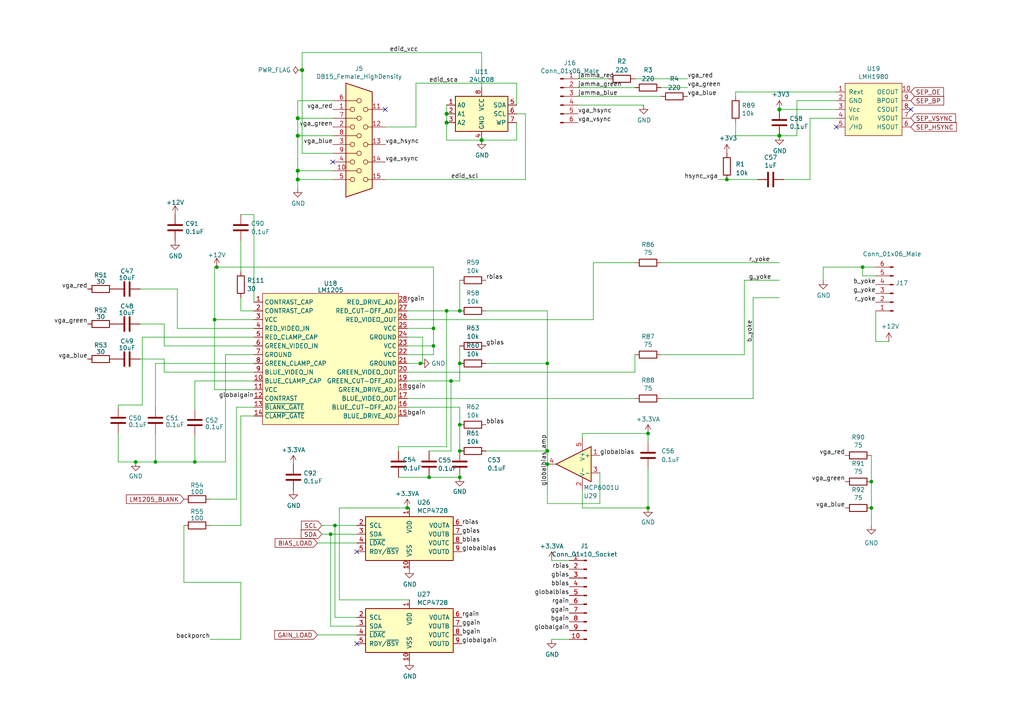
<source format=kicad_sch>
(kicad_sch (version 20230121) (generator eeschema)
  (paper "A4")
  (lib_symbols
    (symbol "+12V_1" (power) (pin_names (offset 0))
      (property "Value" "+12V_1" (at 0 3.556 0))
      (symbol "+12V_1_0_1"
        (polyline (pts (xy -0.762 1.27) (xy 0 2.54)))
        (polyline (pts (xy 0 0) (xy 0 2.54)))
        (polyline (pts (xy 0 2.54) (xy 0.762 1.27)))
      )
      (symbol "+12V_1_1_1"
        (pin power_in line (at 0 0 90) (length 0) hide (name "+12V") (number "1"))
      )
    )
    (symbol "Amplifier_Operational:MCP6001U" (pin_names (offset 0.127))
      (property "Reference" "U" (at 0 5.08 0))
      (property "Value" "MCP6001U" (at 0 -5.08 0))
      (symbol "MCP6001U_0_1"
        (polyline (pts (xy -5.08 5.08) (xy 5.08 0) (xy -5.08 -5.08) (xy -5.08 5.08)) (stroke (width 0.254)) (fill (type background)))
        (pin power_in line (at -2.54 -7.62 90) (length 3.81) (name "V-") (number "2"))
        (pin power_in line (at -2.54 7.62 270) (length 3.81) (name "V+") (number "5"))
      )
      (symbol "MCP6001U_1_1"
        (pin input line (at -7.62 2.54 0) (length 2.54) (name "+") (number "1"))
        (pin input line (at -7.62 -2.54 0) (length 2.54) (name "-") (number "3"))
        (pin output line (at 7.62 0 180) (length 2.54) (name "~") (number "4"))
      )
    )
    (symbol "Analog_DAC:MCP4728" (pin_names (offset 1.016))
      (property "Reference" "U" (at -12.7 6.35 0))
      (property "Value" "MCP4728" (at 12.7 6.35 0))
      (symbol "MCP4728_0_1"
        (rectangle (start -12.7 5.08) (end 12.7 -7.62) (stroke (width 0.254)) (fill (type background)))
      )
      (symbol "MCP4728_1_1"
        (pin power_in line (at 0 7.62 270) (length 2.54) (name "VDD") (number "1"))
        (pin power_in line (at 0 -10.16 90) (length 2.54) (name "VSS") (number "10"))
        (pin input line (at -15.24 2.54 0) (length 2.54) (name "SCL") (number "2"))
        (pin bidirectional line (at -15.24 0 0) (length 2.54) (name "SDA") (number "3"))
        (pin input line (at -15.24 -2.54 0) (length 2.54) (name "~{LDAC}") (number "4"))
        (pin output line (at -15.24 -5.08 0) (length 2.54) (name "RDY/~{BSY}") (number "5"))
        (pin output line (at 15.24 2.54 180) (length 2.54) (name "VOUTA") (number "6"))
        (pin output line (at 15.24 0 180) (length 2.54) (name "VOUTB") (number "7"))
        (pin output line (at 15.24 -2.54 180) (length 2.54) (name "VOUTC") (number "8"))
        (pin output line (at 15.24 -5.08 180) (length 2.54) (name "VOUTD") (number "9"))
      )
    )
    (symbol "Connector:Conn_01x06_Male" (pin_names (offset 1.016) hide)
      (property "Reference" "J" (at 0 7.62 0))
      (property "Value" "Conn_01x06_Male" (at 0 -10.16 0))
      (symbol "Conn_01x06_Male_1_1"
        (polyline (pts (xy 1.27 -7.62) (xy 0.8636 -7.62)) (stroke (width 0.1524)))
        (polyline (pts (xy 1.27 -5.08) (xy 0.8636 -5.08)) (stroke (width 0.1524)))
        (polyline (pts (xy 1.27 -2.54) (xy 0.8636 -2.54)) (stroke (width 0.1524)))
        (polyline (pts (xy 1.27 0) (xy 0.8636 0)) (stroke (width 0.1524)))
        (polyline (pts (xy 1.27 2.54) (xy 0.8636 2.54)) (stroke (width 0.1524)))
        (polyline (pts (xy 1.27 5.08) (xy 0.8636 5.08)) (stroke (width 0.1524)))
        (rectangle (start 0.8636 -7.493) (end 0 -7.747) (stroke (width 0.1524)) (fill (type outline)))
        (rectangle (start 0.8636 -4.953) (end 0 -5.207) (stroke (width 0.1524)) (fill (type outline)))
        (rectangle (start 0.8636 -2.413) (end 0 -2.667) (stroke (width 0.1524)) (fill (type outline)))
        (rectangle (start 0.8636 0.127) (end 0 -0.127) (stroke (width 0.1524)) (fill (type outline)))
        (rectangle (start 0.8636 2.667) (end 0 2.413) (stroke (width 0.1524)) (fill (type outline)))
        (rectangle (start 0.8636 5.207) (end 0 4.953) (stroke (width 0.1524)) (fill (type outline)))
        (pin passive line (at 5.08 5.08 180) (length 3.81) (name "Pin_1") (number "1"))
        (pin passive line (at 5.08 2.54 180) (length 3.81) (name "Pin_2") (number "2"))
        (pin passive line (at 5.08 0 180) (length 3.81) (name "Pin_3") (number "3"))
        (pin passive line (at 5.08 -2.54 180) (length 3.81) (name "Pin_4") (number "4"))
        (pin passive line (at 5.08 -5.08 180) (length 3.81) (name "Pin_5") (number "5"))
        (pin passive line (at 5.08 -7.62 180) (length 3.81) (name "Pin_6") (number "6"))
      )
    )
    (symbol "Connector:Conn_01x10_Pin" (pin_names (offset 1.016) hide)
      (property "Reference" "J" (at 0 12.7 0))
      (property "Value" "Conn_01x10_Pin" (at 0 -15.24 0))
      (symbol "Conn_01x10_Pin_1_1"
        (polyline (pts (xy 1.27 -12.7) (xy 0.8636 -12.7)) (stroke (width 0.1524)))
        (polyline (pts (xy 1.27 -10.16) (xy 0.8636 -10.16)) (stroke (width 0.1524)))
        (polyline (pts (xy 1.27 -7.62) (xy 0.8636 -7.62)) (stroke (width 0.1524)))
        (polyline (pts (xy 1.27 -5.08) (xy 0.8636 -5.08)) (stroke (width 0.1524)))
        (polyline (pts (xy 1.27 -2.54) (xy 0.8636 -2.54)) (stroke (width 0.1524)))
        (polyline (pts (xy 1.27 0) (xy 0.8636 0)) (stroke (width 0.1524)))
        (polyline (pts (xy 1.27 2.54) (xy 0.8636 2.54)) (stroke (width 0.1524)))
        (polyline (pts (xy 1.27 5.08) (xy 0.8636 5.08)) (stroke (width 0.1524)))
        (polyline (pts (xy 1.27 7.62) (xy 0.8636 7.62)) (stroke (width 0.1524)))
        (polyline (pts (xy 1.27 10.16) (xy 0.8636 10.16)) (stroke (width 0.1524)))
        (rectangle (start 0.8636 -12.573) (end 0 -12.827) (stroke (width 0.1524)) (fill (type outline)))
        (rectangle (start 0.8636 -10.033) (end 0 -10.287) (stroke (width 0.1524)) (fill (type outline)))
        (rectangle (start 0.8636 -7.493) (end 0 -7.747) (stroke (width 0.1524)) (fill (type outline)))
        (rectangle (start 0.8636 -4.953) (end 0 -5.207) (stroke (width 0.1524)) (fill (type outline)))
        (rectangle (start 0.8636 -2.413) (end 0 -2.667) (stroke (width 0.1524)) (fill (type outline)))
        (rectangle (start 0.8636 0.127) (end 0 -0.127) (stroke (width 0.1524)) (fill (type outline)))
        (rectangle (start 0.8636 2.667) (end 0 2.413) (stroke (width 0.1524)) (fill (type outline)))
        (rectangle (start 0.8636 5.207) (end 0 4.953) (stroke (width 0.1524)) (fill (type outline)))
        (rectangle (start 0.8636 7.747) (end 0 7.493) (stroke (width 0.1524)) (fill (type outline)))
        (rectangle (start 0.8636 10.287) (end 0 10.033) (stroke (width 0.1524)) (fill (type outline)))
        (pin passive line (at 5.08 10.16 180) (length 3.81) (name "Pin_1") (number "1"))
        (pin passive line (at 5.08 -12.7 180) (length 3.81) (name "Pin_10") (number "10"))
        (pin passive line (at 5.08 7.62 180) (length 3.81) (name "Pin_2") (number "2"))
        (pin passive line (at 5.08 5.08 180) (length 3.81) (name "Pin_3") (number "3"))
        (pin passive line (at 5.08 2.54 180) (length 3.81) (name "Pin_4") (number "4"))
        (pin passive line (at 5.08 0 180) (length 3.81) (name "Pin_5") (number "5"))
        (pin passive line (at 5.08 -2.54 180) (length 3.81) (name "Pin_6") (number "6"))
        (pin passive line (at 5.08 -5.08 180) (length 3.81) (name "Pin_7") (number "7"))
        (pin passive line (at 5.08 -7.62 180) (length 3.81) (name "Pin_8") (number "8"))
        (pin passive line (at 5.08 -10.16 180) (length 3.81) (name "Pin_9") (number "9"))
      )
    )
    (symbol "Connector:DB15_Female_HighDensity" (pin_names (offset 1.016) hide)
      (property "Reference" "J" (at 0 21.59 0))
      (property "Value" "DB15_Female_HighDensity" (at 0 19.05 0))
      (symbol "DB15_Female_HighDensity_0_1"
        (circle (center -1.905 -10.16) (radius 0.635))
        (circle (center -1.905 -5.08) (radius 0.635))
        (circle (center -1.905 0) (radius 0.635))
        (circle (center -1.905 5.08) (radius 0.635))
        (circle (center -1.905 10.16) (radius 0.635))
        (circle (center 0 -7.62) (radius 0.635))
        (circle (center 0 -2.54) (radius 0.635))
        (polyline (pts (xy -3.175 7.62) (xy -0.635 7.62)))
        (polyline (pts (xy -0.635 -7.62) (xy -3.175 -7.62)))
        (polyline (pts (xy -0.635 -2.54) (xy -3.175 -2.54)))
        (polyline (pts (xy -0.635 2.54) (xy -3.175 2.54)))
        (polyline (pts (xy -0.635 12.7) (xy -3.175 12.7)))
        (polyline (pts (xy -3.81 17.78) (xy -3.81 -15.24) (xy 3.81 -12.7) (xy 3.81 15.24) (xy -3.81 17.78)) (stroke (width 0.254)) (fill (type background)))
        (circle (center 0 2.54) (radius 0.635))
        (circle (center 0 7.62) (radius 0.635))
        (circle (center 0 12.7) (radius 0.635))
        (circle (center 1.905 -10.16) (radius 0.635))
        (circle (center 1.905 -5.08) (radius 0.635))
        (circle (center 1.905 0) (radius 0.635))
        (circle (center 1.905 5.08) (radius 0.635))
        (circle (center 1.905 10.16) (radius 0.635))
      )
      (symbol "DB15_Female_HighDensity_1_1"
        (pin passive line (at -7.62 10.16 0) (length 5.08) (name "~") (number "1"))
        (pin passive line (at -7.62 -7.62 0) (length 5.08) (name "~") (number "10"))
        (pin passive line (at 7.62 10.16 180) (length 5.08) (name "~") (number "11"))
        (pin passive line (at 7.62 5.08 180) (length 5.08) (name "~") (number "12"))
        (pin passive line (at 7.62 0 180) (length 5.08) (name "~") (number "13"))
        (pin passive line (at 7.62 -5.08 180) (length 5.08) (name "~") (number "14"))
        (pin passive line (at 7.62 -10.16 180) (length 5.08) (name "~") (number "15"))
        (pin passive line (at -7.62 5.08 0) (length 5.08) (name "~") (number "2"))
        (pin passive line (at -7.62 0 0) (length 5.08) (name "~") (number "3"))
        (pin passive line (at -7.62 -5.08 0) (length 5.08) (name "~") (number "4"))
        (pin passive line (at -7.62 -10.16 0) (length 5.08) (name "~") (number "5"))
        (pin passive line (at -7.62 12.7 0) (length 5.08) (name "~") (number "6"))
        (pin passive line (at -7.62 7.62 0) (length 5.08) (name "~") (number "7"))
        (pin passive line (at -7.62 2.54 0) (length 5.08) (name "~") (number "8"))
        (pin passive line (at -7.62 -2.54 0) (length 5.08) (name "~") (number "9"))
      )
    )
    (symbol "Device:C" (pin_numbers hide) (pin_names (offset 0.254))
      (property "Reference" "C" (at 0.635 2.54 0))
      (property "Value" "C" (at 0.635 -2.54 0))
      (symbol "C_0_1"
        (polyline (pts (xy -2.032 -0.762) (xy 2.032 -0.762)) (stroke (width 0.508)))
        (polyline (pts (xy -2.032 0.762) (xy 2.032 0.762)) (stroke (width 0.508)))
      )
      (symbol "C_1_1"
        (pin passive line (at 0 3.81 270) (length 2.794) (name "~") (number "1"))
        (pin passive line (at 0 -3.81 90) (length 2.794) (name "~") (number "2"))
      )
    )
    (symbol "Device:R" (pin_numbers hide) (pin_names (offset 0))
      (property "Reference" "R" (at 2.032 0 90))
      (property "Value" "R" (at 0 0 90))
      (symbol "R_0_1"
        (rectangle (start -1.016 -2.54) (end 1.016 2.54) (stroke (width 0.254)))
      )
      (symbol "R_1_1"
        (pin passive line (at 0 3.81 270) (length 1.27) (name "~") (number "1"))
        (pin passive line (at 0 -3.81 90) (length 1.27) (name "~") (number "2"))
      )
    )
    (symbol "GND_1" (power) (pin_names (offset 0))
      (property "Value" "GND_1" (at 0 -3.81 0))
      (symbol "GND_1_0_1"
        (polyline (pts (xy 0 0) (xy 0 -1.27) (xy 1.27 -1.27) (xy 0 -2.54) (xy -1.27 -1.27) (xy 0 -1.27)))
      )
      (symbol "GND_1_1_1"
        (pin power_in line (at 0 0 270) (length 0) hide (name "GND") (number "1"))
      )
    )
    (symbol "GND_2" (power) (pin_names (offset 0))
      (property "Value" "GND_2" (at 0 -3.81 0))
      (symbol "GND_2_0_1"
        (polyline (pts (xy 0 0) (xy 0 -1.27) (xy 1.27 -1.27) (xy 0 -2.54) (xy -1.27 -1.27) (xy 0 -1.27)))
      )
      (symbol "GND_2_1_1"
        (pin power_in line (at 0 0 270) (length 0) hide (name "GND") (number "1"))
      )
    )
    (symbol "GND_3" (power) (pin_names (offset 0))
      (property "Value" "GND_3" (at 0 -3.81 0))
      (symbol "GND_3_0_1"
        (polyline (pts (xy 0 0) (xy 0 -1.27) (xy 1.27 -1.27) (xy 0 -2.54) (xy -1.27 -1.27) (xy 0 -1.27)))
      )
      (symbol "GND_3_1_1"
        (pin power_in line (at 0 0 270) (length 0) hide (name "GND") (number "1"))
      )
    )
    (symbol "GND_4" (power) (pin_names (offset 0))
      (property "Value" "GND_4" (at 0 -3.81 0))
      (symbol "GND_4_0_1"
        (polyline (pts (xy 0 0) (xy 0 -1.27) (xy 1.27 -1.27) (xy 0 -2.54) (xy -1.27 -1.27) (xy 0 -1.27)))
      )
      (symbol "GND_4_1_1"
        (pin power_in line (at 0 0 270) (length 0) hide (name "GND") (number "1"))
      )
    )
    (symbol "Memory_EEPROM:24LC08"
      (property "Reference" "U" (at -6.35 6.35 0))
      (property "Value" "24LC08" (at 1.27 6.35 0))
      (symbol "24LC08_1_1"
        (rectangle (start -7.62 5.08) (end 7.62 -5.08) (stroke (width 0.254)) (fill (type background)))
        (pin input line (at -10.16 2.54 0) (length 2.54) (name "A0") (number "1"))
        (pin input line (at -10.16 0 0) (length 2.54) (name "A1") (number "2"))
        (pin input line (at -10.16 -2.54 0) (length 2.54) (name "A2") (number "3"))
        (pin power_in line (at 0 -7.62 90) (length 2.54) (name "GND") (number "4"))
        (pin bidirectional line (at 10.16 2.54 180) (length 2.54) (name "SDA") (number "5"))
        (pin input line (at 10.16 0 180) (length 2.54) (name "SCL") (number "6"))
        (pin input line (at 10.16 -2.54 180) (length 2.54) (name "WP") (number "7"))
        (pin power_in line (at 0 7.62 270) (length 2.54) (name "VCC") (number "8"))
      )
    )
    (symbol "power:+12V" (power) (pin_names (offset 0))
      (property "Value" "+12V" (at 0 3.556 0))
      (symbol "+12V_0_1"
        (polyline (pts (xy -0.762 1.27) (xy 0 2.54)))
        (polyline (pts (xy 0 0) (xy 0 2.54)))
        (polyline (pts (xy 0 2.54) (xy 0.762 1.27)))
      )
      (symbol "+12V_1_1"
        (pin power_in line (at 0 0 90) (length 0) hide (name "+12V") (number "1"))
      )
    )
    (symbol "power:+3.3V" (power) (pin_names (offset 0))
      (property "Value" "+3.3V" (at 0 3.556 0))
      (symbol "+3.3V_0_1"
        (polyline (pts (xy -0.762 1.27) (xy 0 2.54)))
        (polyline (pts (xy 0 0) (xy 0 2.54)))
        (polyline (pts (xy 0 2.54) (xy 0.762 1.27)))
      )
      (symbol "+3.3V_1_1"
        (pin power_in line (at 0 0 90) (length 0) hide (name "+3V3") (number "1"))
      )
    )
    (symbol "power:+3.3VA" (power) (pin_names (offset 0))
      (property "Value" "+3.3VA" (at 0 3.556 0))
      (symbol "+3.3VA_0_1"
        (polyline (pts (xy -0.762 1.27) (xy 0 2.54)))
        (polyline (pts (xy 0 0) (xy 0 2.54)))
        (polyline (pts (xy 0 2.54) (xy 0.762 1.27)))
      )
      (symbol "+3.3VA_1_1"
        (pin power_in line (at 0 0 90) (length 0) hide (name "+3.3VA") (number "1"))
      )
    )
    (symbol "power:GND" (power) (pin_names (offset 0))
      (property "Value" "GND" (at 0 -3.81 0))
      (symbol "GND_0_1"
        (polyline (pts (xy 0 0) (xy 0 -1.27) (xy 1.27 -1.27) (xy 0 -2.54) (xy -1.27 -1.27) (xy 0 -1.27)))
      )
      (symbol "GND_1_1"
        (pin power_in line (at 0 0 270) (length 0) hide (name "GND") (number "1"))
      )
    )
    (symbol "power:PWR_FLAG" (power) (pin_numbers hide) (pin_names (offset 0) hide)
      (property "Value" "PWR_FLAG" (at 0 3.81 0))
      (symbol "PWR_FLAG_0_0"
        (pin power_out line (at 0 0 90) (length 0) (name "pwr") (number "1"))
      )
      (symbol "PWR_FLAG_0_1"
        (polyline (pts (xy 0 0) (xy 0 1.27) (xy -1.016 1.905) (xy 0 2.54) (xy 1.016 1.905) (xy 0 1.27)))
      )
    )
    (symbol "td-crt:LM1205"
      (property "Reference" "U" (at 19.05 3.81 0))
      (property "Value" "LM1205" (at 20.32 1.27 0))
      (symbol "LM1205_0_1"
        (rectangle (start 0 0) (end 39.37 -38.1) (fill (type background)))
      )
      (symbol "LM1205_1_1"
        (pin bidirectional line (at -2.54 -2.54 0) (length 2.54) (name "CONTRAST_CAP") (number "1"))
        (pin bidirectional line (at -2.54 -25.4 0) (length 2.54) (name "BLUE_CLAMP_CAP") (number "10"))
        (pin power_in line (at -2.54 -27.94 0) (length 2.54) (name "VCC") (number "11"))
        (pin input line (at -2.54 -30.48 0) (length 2.54) (name "CONTRAST") (number "12"))
        (pin input line (at -2.54 -33.02 0) (length 2.54) (name "~{BLANK_GATE}") (number "13"))
        (pin input line (at -2.54 -35.56 0) (length 2.54) (name "~{CLAMP_GATE}") (number "14"))
        (pin input line (at 41.91 -35.56 180) (length 2.54) (name "BLUE_DRIVE_ADJ") (number "15"))
        (pin input line (at 41.91 -33.02 180) (length 2.54) (name "BLUE_CUT-OFF_ADJ") (number "16"))
        (pin output line (at 41.91 -30.48 180) (length 2.54) (name "BLUE_VIDEO_OUT") (number "17"))
        (pin input line (at 41.91 -27.94 180) (length 2.54) (name "GREEN_DRIVE_ADJ") (number "18"))
        (pin input line (at 41.91 -25.4 180) (length 2.54) (name "GREEN_CUT-OFF_ADJ") (number "19"))
        (pin bidirectional line (at -2.54 -5.08 0) (length 2.54) (name "CONTRAST_CAP") (number "2"))
        (pin output line (at 41.91 -22.86 180) (length 2.54) (name "GREEN_VIDEO_OUT") (number "20"))
        (pin power_in line (at 41.91 -20.32 180) (length 2.54) (name "GROUND") (number "21"))
        (pin power_in line (at 41.91 -17.78 180) (length 2.54) (name "VCC") (number "22"))
        (pin power_in line (at 41.91 -15.24 180) (length 2.54) (name "VCC") (number "23"))
        (pin power_in line (at 41.91 -12.7 180) (length 2.54) (name "GROUND") (number "24"))
        (pin power_in line (at 41.91 -10.16 180) (length 2.54) (name "VCC") (number "25"))
        (pin output line (at 41.91 -7.62 180) (length 2.54) (name "RED_VIDEO_OUT") (number "26"))
        (pin input line (at 41.91 -5.08 180) (length 2.54) (name "RED_CUT-OFF_ADJ") (number "27"))
        (pin input line (at 41.91 -2.54 180) (length 2.54) (name "RED_DRIVE_ADJ") (number "28"))
        (pin power_in line (at -2.54 -7.62 0) (length 2.54) (name "VCC") (number "3"))
        (pin input line (at -2.54 -10.16 0) (length 2.54) (name "RED_VIDEO_IN") (number "4"))
        (pin bidirectional line (at -2.54 -12.7 0) (length 2.54) (name "RED_CLAMP_CAP") (number "5"))
        (pin input line (at -2.54 -15.24 0) (length 2.54) (name "GREEN_VIDEO_IN") (number "6"))
        (pin power_in line (at -2.54 -17.78 0) (length 2.54) (name "GROUND") (number "7"))
        (pin bidirectional line (at -2.54 -20.32 0) (length 2.54) (name "GREEN_CLAMP_CAP") (number "8"))
        (pin input line (at -2.54 -22.86 0) (length 2.54) (name "BLUE_VIDEO_IN") (number "9"))
      )
    )
    (symbol "td-deflect:LMH1980" (pin_names (offset 1.016))
      (property "Reference" "U" (at 0 11.43 0))
      (property "Value" "LMH1980" (at 0 8.89 0))
      (symbol "LMH1980_0_1"
        (rectangle (start -7.62 7.62) (end 8.89 -7.62) (fill (type background)))
        (pin input line (at -10.16 5.08 0) (length 2.54) (name "Rext") (number "1"))
        (pin output line (at 11.43 5.08 180) (length 2.54) (name "OEOUT") (number "10"))
        (pin power_in line (at -10.16 2.54 0) (length 2.54) (name "GND") (number "2"))
        (pin power_in line (at -10.16 0 0) (length 2.54) (name "Vcc") (number "3"))
        (pin input line (at -10.16 -2.54 0) (length 2.54) (name "Vin") (number "4"))
        (pin output line (at -10.16 -5.08 0) (length 2.54) (name "/HD") (number "5"))
        (pin output line (at 11.43 -5.08 180) (length 2.54) (name "HSOUT") (number "6"))
        (pin output line (at 11.43 -2.54 180) (length 2.54) (name "VSOUT") (number "7"))
        (pin output line (at 11.43 0 180) (length 2.54) (name "CSOUT") (number "8"))
        (pin output line (at 11.43 2.54 180) (length 2.54) (name "BPOUT") (number "9"))
      )
    )
  )
  (junction (at 158.75 134.62))
  (junction (at 210.82 52.07))
  (junction (at 56.515 133.985))
  (junction (at 97.155 152.4))
  (junction (at 187.96 147.32))
  (junction (at 133.35 130.81))
  (junction (at 62.865 77.47))
  (junction (at 121.92 105.41))
  (junction (at 125.73 100.33))
  (junction (at 252.73 139.7))
  (junction (at 252.73 147.32))
  (junction (at 95.885 154.94))
  (junction (at 124.46 138.43))
  (junction (at 86.36 34.29) (diameter 1.016))
  (junction (at 133.35 123.19))
  (junction (at 226.06 31.75) (diameter 1.016))
  (junction (at 133.35 90.17))
  (junction (at 129.54 33.02) (diameter 1.016))
  (junction (at 133.35 105.41))
  (junction (at 133.35 138.43))
  (junction (at 86.36 52.07) (diameter 1.016))
  (junction (at 129.54 35.56) (diameter 1.016))
  (junction (at 86.36 49.53) (diameter 1.016))
  (junction (at 158.75 130.81))
  (junction (at 86.36 39.37) (diameter 1.016))
  (junction (at 158.75 105.41))
  (junction (at 250.19 77.47))
  (junction (at 130.81 110.49))
  (junction (at 226.06 39.37) (diameter 1.016))
  (junction (at 87.63 20.32) (diameter 1.016))
  (junction (at 129.54 90.17))
  (junction (at 45.085 133.985))
  (junction (at 187.96 125.73))
  (junction (at 125.73 95.25))
  (junction (at 139.7 40.64) (diameter 1.016))
  (junction (at 39.37 133.985))
  (junction (at 118.11 147.32))
  (junction (at 62.23 92.71))
  (no_connect (at 111.76 31.75))
  (no_connect (at 264.16 31.75))
  (no_connect (at 96.52 46.99))
  (no_connect (at 103.505 160.02))
  (no_connect (at 242.57 36.83))
  (no_connect (at 103.505 186.69))
  (wire (pts (xy 125.73 95.25) (xy 125.73 100.33)))
  (wire (pts (xy 140.97 90.17) (xy 158.75 90.17)))
  (wire (pts (xy 168.91 125.73) (xy 187.96 125.73)))
  (wire (pts (xy 210.82 52.07) (xy 219.71 52.07)))
  (wire (pts (xy 254 80.01) (xy 250.19 80.01)))
  (wire (pts (xy 187.96 135.89) (xy 187.96 147.32)))
  (wire (pts (xy 140.97 130.81) (xy 158.75 130.81)))
  (wire (pts (xy 208.28 52.07) (xy 210.82 52.07)))
  (wire (pts (xy 68.58 144.78) (xy 68.58 118.11)))
  (wire (pts (xy 56.515 110.49) (xy 73.66 110.49)))
  (wire (pts (xy 167.64 22.86) (xy 176.53 22.86)))
  (wire (pts (xy 242.57 26.67) (xy 213.36 26.67)))
  (wire (pts (xy 34.29 117.475) (xy 41.275 117.475)))
  (wire (pts (xy 115.57 129.54) (xy 129.54 129.54)))
  (wire (pts (xy 87.63 44.45) (xy 96.52 44.45)))
  (wire (pts (xy 252.73 139.7) (xy 252.73 147.32)))
  (wire (pts (xy 133.35 105.41) (xy 133.35 110.49)))
  (wire (pts (xy 129.54 40.64) (xy 139.7 40.64)))
  (wire (pts (xy 167.64 25.4) (xy 184.15 25.4)))
  (wire (pts (xy 252.73 147.32) (xy 252.73 152.4)))
  (wire (pts (xy 115.57 138.43) (xy 124.46 138.43)))
  (wire (pts (xy 93.345 152.4) (xy 97.155 152.4)))
  (wire (pts (xy 118.11 147.32) (xy 98.425 147.32)))
  (wire (pts (xy 191.77 25.4) (xy 199.39 25.4)))
  (wire (pts (xy 69.85 152.4) (xy 69.85 120.65)))
  (wire (pts (xy 53.34 152.4) (xy 53.34 168.91)))
  (wire (pts (xy 86.36 39.37) (xy 86.36 49.53)))
  (wire (pts (xy 184.15 22.86) (xy 199.39 22.86)))
  (wire (pts (xy 40.64 93.98) (xy 47.625 93.98)))
  (wire (pts (xy 167.64 30.48) (xy 186.69 30.48)))
  (wire (pts (xy 34.29 133.985) (xy 39.37 133.985)))
  (wire (pts (xy 133.35 81.28) (xy 133.35 90.17)))
  (wire (pts (xy 191.77 115.57) (xy 218.44 115.57)))
  (wire (pts (xy 130.81 110.49) (xy 133.35 110.49)))
  (wire (pts (xy 62.23 77.47) (xy 62.23 92.71)))
  (wire (pts (xy 118.11 102.87) (xy 125.73 102.87)))
  (wire (pts (xy 95.885 154.94) (xy 95.885 181.61)))
  (wire (pts (xy 56.515 133.985) (xy 56.515 126.365)))
  (wire (pts (xy 168.91 147.32) (xy 187.96 147.32)))
  (wire (pts (xy 51.435 95.25) (xy 73.66 95.25)))
  (wire (pts (xy 172.085 76.2) (xy 184.15 76.2)))
  (wire (pts (xy 62.23 77.47) (xy 62.865 77.47)))
  (wire (pts (xy 86.36 49.53) (xy 86.36 52.07)))
  (wire (pts (xy 60.96 144.78) (xy 68.58 144.78)))
  (wire (pts (xy 140.97 105.41) (xy 158.75 105.41)))
  (wire (pts (xy 168.91 142.24) (xy 168.91 147.32)))
  (wire (pts (xy 120.65 36.83) (xy 111.76 36.83)))
  (wire (pts (xy 96.52 49.53) (xy 86.36 49.53)))
  (wire (pts (xy 252.73 132.08) (xy 252.73 139.7)))
  (wire (pts (xy 226.06 39.37) (xy 213.36 39.37)))
  (wire (pts (xy 120.65 24.13) (xy 120.65 36.83)))
  (wire (pts (xy 129.54 35.56) (xy 129.54 40.64)))
  (wire (pts (xy 51.435 83.82) (xy 51.435 95.25)))
  (wire (pts (xy 40.64 104.14) (xy 47.625 104.14)))
  (wire (pts (xy 62.23 92.71) (xy 62.23 113.03)))
  (wire (pts (xy 172.085 92.71) (xy 172.085 76.2)))
  (wire (pts (xy 158.75 90.17) (xy 158.75 105.41)))
  (wire (pts (xy 118.11 115.57) (xy 184.15 115.57)))
  (wire (pts (xy 98.425 173.99) (xy 118.745 173.99)))
  (wire (pts (xy 173.99 137.16) (xy 173.99 146.05)))
  (wire (pts (xy 231.14 39.37) (xy 226.06 39.37)))
  (wire (pts (xy 215.9 81.28) (xy 226.06 81.28)))
  (wire (pts (xy 118.11 95.25) (xy 125.73 95.25)))
  (wire (pts (xy 45.085 105.41) (xy 73.66 105.41)))
  (wire (pts (xy 130.81 110.49) (xy 130.81 130.81)))
  (wire (pts (xy 191.77 102.87) (xy 215.9 102.87)))
  (wire (pts (xy 60.96 185.42) (xy 69.85 185.42)))
  (wire (pts (xy 238.76 81.28) (xy 238.76 77.47)))
  (wire (pts (xy 152.4 52.07) (xy 152.4 33.02)))
  (wire (pts (xy 47.625 93.98) (xy 47.625 100.33)))
  (wire (pts (xy 53.34 168.91) (xy 69.85 168.91)))
  (wire (pts (xy 96.52 52.07) (xy 86.36 52.07)))
  (wire (pts (xy 69.85 86.36) (xy 69.85 90.17)))
  (wire (pts (xy 56.515 118.745) (xy 56.515 110.49)))
  (wire (pts (xy 92.075 157.48) (xy 103.505 157.48)))
  (wire (pts (xy 215.9 102.87) (xy 215.9 81.28)))
  (wire (pts (xy 87.63 20.32) (xy 87.63 44.45)))
  (wire (pts (xy 133.35 100.33) (xy 133.35 105.41)))
  (wire (pts (xy 118.11 107.95) (xy 184.15 107.95)))
  (wire (pts (xy 97.155 179.07) (xy 97.155 152.4)))
  (wire (pts (xy 40.64 83.82) (xy 51.435 83.82)))
  (wire (pts (xy 242.57 29.21) (xy 231.14 29.21)))
  (wire (pts (xy 125.73 100.33) (xy 125.73 102.87)))
  (wire (pts (xy 96.52 39.37) (xy 86.36 39.37)))
  (wire (pts (xy 45.085 133.985) (xy 45.085 125.73)))
  (wire (pts (xy 115.57 130.81) (xy 115.57 129.54)))
  (wire (pts (xy 87.63 15.24) (xy 87.63 20.32)))
  (wire (pts (xy 41.275 97.79) (xy 73.66 97.79)))
  (wire (pts (xy 129.54 90.17) (xy 129.54 129.54)))
  (wire (pts (xy 69.85 120.65) (xy 73.66 120.65)))
  (wire (pts (xy 158.75 134.62) (xy 158.75 130.81)))
  (wire (pts (xy 129.54 30.48) (xy 129.54 33.02)))
  (wire (pts (xy 160.02 185.42) (xy 165.1 185.42)))
  (wire (pts (xy 56.515 133.985) (xy 45.085 133.985)))
  (wire (pts (xy 73.66 87.63) (xy 73.66 62.23)))
  (wire (pts (xy 118.11 118.11) (xy 133.35 118.11)))
  (wire (pts (xy 184.15 107.95) (xy 184.15 102.87)))
  (wire (pts (xy 213.36 26.67) (xy 213.36 27.94)))
  (wire (pts (xy 97.155 152.4) (xy 103.505 152.4)))
  (wire (pts (xy 234.95 34.29) (xy 242.57 34.29)))
  (wire (pts (xy 152.4 33.02) (xy 149.86 33.02)))
  (wire (pts (xy 92.075 184.15) (xy 103.505 184.15)))
  (wire (pts (xy 60.96 152.4) (xy 69.85 152.4)))
  (wire (pts (xy 139.7 15.24) (xy 139.7 25.4)))
  (wire (pts (xy 98.425 147.32) (xy 98.425 173.99)))
  (wire (pts (xy 250.19 80.01) (xy 250.19 77.47)))
  (wire (pts (xy 47.625 100.33) (xy 73.66 100.33)))
  (wire (pts (xy 62.865 77.47) (xy 125.73 77.47)))
  (wire (pts (xy 160.02 162.56) (xy 165.1 162.56)))
  (wire (pts (xy 65.405 102.87) (xy 65.405 133.985)))
  (wire (pts (xy 69.85 90.17) (xy 73.66 90.17)))
  (wire (pts (xy 238.76 77.47) (xy 250.19 77.47)))
  (wire (pts (xy 129.54 33.02) (xy 129.54 35.56)))
  (wire (pts (xy 254 99.06) (xy 257.81 99.06)))
  (wire (pts (xy 111.76 52.07) (xy 152.4 52.07)))
  (wire (pts (xy 213.36 39.37) (xy 213.36 35.56)))
  (wire (pts (xy 73.66 62.23) (xy 69.85 62.23)))
  (wire (pts (xy 168.91 125.73) (xy 168.91 127)))
  (wire (pts (xy 125.73 77.47) (xy 125.73 95.25)))
  (wire (pts (xy 218.44 86.36) (xy 218.44 115.57)))
  (wire (pts (xy 133.35 123.19) (xy 133.35 118.11)))
  (wire (pts (xy 158.75 105.41) (xy 158.75 130.81)))
  (wire (pts (xy 86.36 52.07) (xy 86.36 54.61)))
  (wire (pts (xy 68.58 118.11) (xy 73.66 118.11)))
  (wire (pts (xy 250.19 77.47) (xy 254 77.47)))
  (wire (pts (xy 45.085 105.41) (xy 45.085 118.11)))
  (wire (pts (xy 103.505 179.07) (xy 97.155 179.07)))
  (wire (pts (xy 73.66 92.71) (xy 62.23 92.71)))
  (wire (pts (xy 39.37 133.985) (xy 45.085 133.985)))
  (wire (pts (xy 133.35 123.19) (xy 133.35 130.81)))
  (wire (pts (xy 158.75 146.05) (xy 158.75 134.62)))
  (wire (pts (xy 122.555 105.41) (xy 121.92 105.41)))
  (wire (pts (xy 124.46 130.81) (xy 130.81 130.81)))
  (wire (pts (xy 118.11 100.33) (xy 125.73 100.33)))
  (wire (pts (xy 149.86 30.48) (xy 149.86 24.13)))
  (wire (pts (xy 191.77 76.2) (xy 226.06 76.2)))
  (wire (pts (xy 86.36 29.21) (xy 96.52 29.21)))
  (wire (pts (xy 69.85 168.91) (xy 69.85 185.42)))
  (wire (pts (xy 149.86 35.56) (xy 149.86 40.64)))
  (wire (pts (xy 41.275 117.475) (xy 41.275 97.79)))
  (wire (pts (xy 34.29 125.73) (xy 34.29 133.985)))
  (wire (pts (xy 167.64 27.94) (xy 191.77 27.94)))
  (wire (pts (xy 129.54 90.17) (xy 133.35 90.17)))
  (wire (pts (xy 87.63 15.24) (xy 139.7 15.24)))
  (wire (pts (xy 122.555 97.79) (xy 122.555 105.41)))
  (wire (pts (xy 149.86 24.13) (xy 120.65 24.13)))
  (wire (pts (xy 149.86 40.64) (xy 139.7 40.64)))
  (wire (pts (xy 231.14 29.21) (xy 231.14 39.37)))
  (wire (pts (xy 65.405 133.985) (xy 56.515 133.985)))
  (wire (pts (xy 47.625 107.95) (xy 73.66 107.95)))
  (wire (pts (xy 234.95 52.07) (xy 234.95 34.29)))
  (wire (pts (xy 118.11 90.17) (xy 129.54 90.17)))
  (wire (pts (xy 118.11 110.49) (xy 130.81 110.49)))
  (wire (pts (xy 227.33 52.07) (xy 234.95 52.07)))
  (wire (pts (xy 187.96 125.73) (xy 187.96 128.27)))
  (wire (pts (xy 95.885 154.94) (xy 103.505 154.94)))
  (wire (pts (xy 118.11 92.71) (xy 172.085 92.71)))
  (wire (pts (xy 73.66 102.87) (xy 65.405 102.87)))
  (wire (pts (xy 95.885 181.61) (xy 103.505 181.61)))
  (wire (pts (xy 73.66 113.03) (xy 62.23 113.03)))
  (wire (pts (xy 93.345 154.94) (xy 95.885 154.94)))
  (wire (pts (xy 34.29 117.475) (xy 34.29 118.11)))
  (wire (pts (xy 118.11 97.79) (xy 122.555 97.79)))
  (wire (pts (xy 254 90.17) (xy 254 99.06)))
  (wire (pts (xy 118.745 147.32) (xy 118.11 147.32)))
  (wire (pts (xy 242.57 31.75) (xy 226.06 31.75)))
  (wire (pts (xy 69.85 69.85) (xy 69.85 78.74)))
  (wire (pts (xy 218.44 86.36) (xy 226.06 86.36)))
  (wire (pts (xy 86.36 34.29) (xy 86.36 29.21)))
  (wire (pts (xy 96.52 34.29) (xy 86.36 34.29)))
  (wire (pts (xy 86.36 34.29) (xy 86.36 39.37)))
  (wire (pts (xy 47.625 104.14) (xy 47.625 107.95)))
  (wire (pts (xy 173.99 146.05) (xy 158.75 146.05)))
  (wire (pts (xy 124.46 138.43) (xy 133.35 138.43)))
  (wire (pts (xy 121.92 105.41) (xy 118.11 105.41)))
  (label "vga_blue" (at 245.11 147.32 180))
  (label "bgain" (at 118.11 120.65 0))
  (label "vga_red" (at 25.4 83.82 180))
  (label "vga_hsync" (at 111.76 41.91 0))
  (label "vga_hsync" (at 167.64 33.02 0))
  (label "gbias" (at 140.97 100.33 0))
  (label "r_yoke" (at 217.17 76.2 0))
  (label "rbias" (at 165.1 165.1 180))
  (label "vga_blue" (at 96.52 41.91 180))
  (label "gbias" (at 165.1 167.64 180))
  (label "edid_vcc" (at 113.03 15.24 0))
  (label "jamma_red" (at 167.64 22.86 0))
  (label "bgain" (at 165.1 180.34 180))
  (label "globalbias" (at 133.985 160.02 0))
  (label "vga_red" (at 96.52 31.75 180))
  (label "ggain" (at 133.985 181.61 0))
  (label "b_yoke" (at 254 82.55 180))
  (label "rbias" (at 133.985 152.4 0))
  (label "globalbias" (at 173.99 132.08 0))
  (label "bbias" (at 140.97 123.19 0))
  (label "vga_red" (at 245.11 132.08 180))
  (label "vga_green" (at 245.11 139.7 180))
  (label "jamma_blue" (at 167.64 27.94 0))
  (label "b_yoke" (at 218.44 92.71 270))
  (label "ggain" (at 118.11 113.03 0))
  (label "gbias" (at 133.985 154.94 0))
  (label "ggain" (at 165.1 177.8 180))
  (label "jamma_green" (at 167.64 25.4 0))
  (label "vga_vsync" (at 167.64 35.56 0))
  (label "g_yoke" (at 254 85.09 180))
  (label "globalbias_amp" (at 158.75 140.97 90))
  (label "globalgain" (at 73.66 115.57 180))
  (label "rbias" (at 140.97 81.28 0))
  (label "rgain" (at 165.1 175.26 180))
  (label "hsync_vga" (at 208.28 52.07 180))
  (label "vga_vsync" (at 111.76 46.99 0))
  (label "globalbias" (at 165.1 172.72 180))
  (label "rgain" (at 133.985 179.07 0))
  (label "globalgain" (at 165.1 182.88 180))
  (label "bbias" (at 165.1 170.18 180))
  (label "vga_blue" (at 25.4 104.14 180))
  (label "vga_red" (at 199.39 22.86 0))
  (label "r_yoke" (at 254 87.63 180))
  (label "globalgain" (at 133.985 186.69 0))
  (label "vga_green" (at 96.52 36.83 180))
  (label "edid_sca" (at 124.46 24.13 0))
  (label "vga_green" (at 199.39 25.4 0))
  (label "bbias" (at 133.985 157.48 0))
  (label "bgain" (at 133.985 184.15 0))
  (label "backporch" (at 60.96 185.42 180))
  (label "vga_green" (at 25.4 93.98 180))
  (label "g_yoke" (at 217.17 81.28 0))
  (label "edid_scl" (at 130.81 52.07 0))
  (label "vga_blue" (at 199.39 27.94 0))
  (label "rgain" (at 118.11 87.63 0))
  (global_label "SEP_OE" (shape input) (at 264.16 26.67 0) (property "Intersheetrefs" "${INTERSHEET_REFS}" (effects hide)))
  (global_label "SEP_HSYNC" (shape input) (at 264.16 36.83 0) (property "Intersheetrefs" "${INTERSHEET_REFS}" (effects hide)))
  (global_label "SEP_BP" (shape input) (at 264.16 29.21 0) (property "Intersheetrefs" "${INTERSHEET_REFS}" (effects hide)))
  (global_label "SCL" (shape input) (at 93.345 152.4 180) (property "Intersheetrefs" "${INTERSHEET_REFS}" (effects hide)))
  (global_label "BIAS_LOAD" (shape input) (at 92.075 157.48 180) (property "Intersheetrefs" "${INTERSHEET_REFS}" (effects hide)))
  (global_label "LM1205_BLANK" (shape input) (at 53.34 144.78 180) (property "Intersheetrefs" "${INTERSHEET_REFS}" (effects hide)))
  (global_label "SEP_VSYNC" (shape input) (at 264.16 34.29 0) (property "Intersheetrefs" "${INTERSHEET_REFS}" (effects hide)))
  (global_label "GAIN_LOAD" (shape input) (at 92.075 184.15 180) (property "Intersheetrefs" "${INTERSHEET_REFS}" (effects hide)))
  (global_label "SDA" (shape input) (at 93.345 154.94 180) (property "Intersheetrefs" "${INTERSHEET_REFS}" (effects hide)))
  (symbol (lib_id "Connector:DB15_Female_HighDensity") (at 104.14 41.91 0) (unit 1)
    (property "Reference" "J5" (at 104.14 19.8882 0))
    (property "Value" "DB15_Female_HighDensity" (at 104.14 22.1996 0))
    (property "Footprint" "td-io:DSUB-15-HD_Female_Horizontal_P2.29x2.5mm_EdgePinOffset8.35mm_Housed_MountingHolesOffset10.89mm" (effects hide))
    (property "Datasheet" " ~" (effects hide))
    (property "Digikey" " AE11024-ND " (effects hide))
  )
  (symbol (lib_id "power:GND") (at 86.36 54.61 0) (unit 1)
    (property "Reference" "#PWR0168" (effects hide))
    (property "Value" "GND" (at 86.487 59.0042 0))
  )
  (symbol (lib_id "Memory_EEPROM:24LC08") (at 139.7 33.02 0) (unit 1)
    (property "Reference" "U11" (at 139.7 20.8026 0))
    (property "Value" "24LC08" (at 139.7 23.114 0))
    (property "Footprint" "Package_SO:SOIC-8_3.9x4.9mm_P1.27mm" (effects hide))
    (property "Datasheet" "http://ww1.microchip.com/downloads/en/DeviceDoc/21710J.pdf" (effects hide))
    (property "Digikey" "24LC08BT/SNCT-ND " (effects hide))
  )
  (symbol (lib_id "power:GND") (at 139.7 40.64 0) (unit 1)
    (property "Reference" "#PWR0169" (effects hide))
    (property "Value" "GND" (at 139.827 45.0342 0))
  )
  (symbol (lib_id "Device:R") (at 248.92 132.08 270) (unit 1)
    (property "Reference" "R90" (at 248.92 126.8222 90))
    (property "Value" "75" (at 248.92 129.1336 90))
    (property "Footprint" "Resistor_SMD:R_0805_2012Metric" (effects hide))
    (property "Digikey" "311-75.0CRCT-ND" (effects hide))
  )
  (symbol (lib_id "Device:R") (at 248.92 147.32 270) (unit 1)
    (property "Reference" "R92" (at 248.92 142.0622 90))
    (property "Value" "75" (at 248.92 144.3736 90))
    (property "Footprint" "Resistor_SMD:R_0805_2012Metric" (effects hide))
    (property "Digikey" "311-75.0CRCT-ND" (effects hide))
  )
  (symbol (lib_id "Device:R") (at 248.92 139.7 270) (unit 1)
    (property "Reference" "R91" (at 248.92 134.4422 90))
    (property "Value" "75" (at 248.92 136.7536 90))
    (property "Footprint" "Resistor_SMD:R_0805_2012Metric" (effects hide))
    (property "Digikey" "311-75.0CRCT-ND" (effects hide))
  )
  (symbol (lib_id "Connector:Conn_01x06_Male") (at 162.56 27.94 0) (unit 1)
    (property "Reference" "J16" (at 165.3032 18.2626 0))
    (property "Value" "Conn_01x06_Male" (at 165.3032 20.574 0))
    (property "Footprint" "Connector_JST:JST_EH_B6B-EH-A_1x06_P2.50mm_Vertical" (effects hide))
    (property "Digikey" "455-1615-ND" (effects hide))
  )
  (symbol (lib_id "power:GND") (at 186.69 30.48 0) (unit 1)
    (property "Reference" "#PWR0180" (effects hide))
    (property "Value" "GND" (at 186.817 34.8742 0))
  )
  (symbol (lib_id "td-deflect:LMH1980") (at 252.73 31.75 0) (unit 1)
    (property "Reference" "U19" (at 253.365 19.939 0))
    (property "Value" "LMH1980" (at 253.365 22.2504 0))
    (property "Footprint" "Package_SO:VSSOP-10_3x3mm_P0.5mm" (effects hide))
    (property "Datasheet" "http://www.ti.com/lit/ds/symlink/lmh1980.pdf" (effects hide))
    (property "Digikey" "LMH1980MM/NOPBCT-ND" (effects hide))
  )
  (symbol (lib_id "Device:C") (at 226.06 35.56 0) (unit 1)
    (property "Reference" "C58" (at 228.981 34.3916 0) (effects (justify left)))
    (property "Value" "0.1uF" (at 228.981 36.703 0) (effects (justify left)))
    (property "Footprint" "Capacitor_SMD:C_0805_2012Metric" (effects hide))
    (property "Digikey" "1276-1099-1-ND" (effects hide))
  )
  (symbol (lib_id "power:+3.3V") (at 226.06 31.75 0) (unit 1)
    (property "Reference" "#PWR047" (effects hide))
    (property "Value" "+3.3V" (at 226.441 27.3558 0))
  )
  (symbol (lib_id "power:GND") (at 226.06 39.37 0) (unit 1)
    (property "Reference" "#PWR048" (effects hide))
    (property "Value" "GND" (at 226.187 43.7642 0))
  )
  (symbol (lib_id "Device:R") (at 213.36 31.75 0) (unit 1)
    (property "Reference" "R89" (at 215.138 30.5816 0) (effects (justify left)))
    (property "Value" "10k" (at 215.138 32.893 0) (effects (justify left)))
    (property "Footprint" "Resistor_SMD:R_0805_2012Metric" (effects hide))
    (property "Digikey" "311-1.00CRCT-ND" (effects hide))
  )
  (symbol (lib_id "Device:C") (at 223.52 52.07 270) (unit 1)
    (property "Reference" "C57" (at 223.52 45.6692 90))
    (property "Value" "1uF" (at 223.52 47.9806 90))
    (property "Footprint" "Capacitor_SMD:C_0805_2012Metric" (effects hide))
    (property "Digikey" "1276-1066-1-ND" (effects hide))
    (property "Voltage" "25V" (effects hide))
  )
  (symbol (lib_id "Connector:Conn_01x06_Male") (at 259.08 85.09 180) (unit 1)
    (property "Reference" "J17" (at 259.7912 82.0928 0) (effects (justify right)))
    (property "Value" "Conn_01x06_Male" (at 250.19 73.66 0) (effects (justify right)))
    (property "Footprint" "Connector_JST:JST_XH_B6B-XH-A_1x06_P2.50mm_Vertical" (effects hide))
    (property "Digikey" "455-2271-ND" (effects hide))
  )
  (symbol (lib_id "power:+12V") (at 257.81 99.06 0) (unit 1)
    (property "Reference" "#PWR053" (effects hide))
    (property "Value" "+12V" (at 258.191 94.6658 0))
  )
  (symbol (lib_id "power:GND") (at 238.76 81.28 0) (unit 1)
    (property "Reference" "#PWR050" (effects hide))
    (property "Value" "GND" (at 238.887 85.6742 0))
  )
  (symbol (lib_id "Device:R") (at 187.96 76.2 270) (unit 1)
    (property "Reference" "R86" (at 187.96 70.9422 90))
    (property "Value" "75" (at 187.96 73.2536 90))
    (property "Footprint" "Resistor_SMD:R_0805_2012Metric" (effects hide))
  )
  (symbol (lib_id "Device:R") (at 187.96 102.87 270) (unit 1)
    (property "Reference" "R87" (at 187.96 97.6122 90))
    (property "Value" "75" (at 187.96 99.9236 90))
    (property "Footprint" "Resistor_SMD:R_0805_2012Metric" (effects hide))
  )
  (symbol (lib_id "Device:R") (at 187.96 115.57 270) (unit 1)
    (property "Reference" "R88" (at 187.96 110.3122 90))
    (property "Value" "75" (at 187.96 112.6236 90))
    (property "Footprint" "Resistor_SMD:R_0805_2012Metric" (effects hide))
  )
  (symbol (lib_id "power:PWR_FLAG") (at 87.63 20.32 90) (unit 1)
    (property "Reference" "#FLG0107" (effects hide))
    (property "Value" "PWR_FLAG" (at 84.4042 20.32 90) (effects (justify left)))
  )
  (symbol (lib_id "power:GND") (at 85.09 142.24 0) (unit 1)
    (property "Reference" "#PWR069" (effects hide))
    (property "Value" "GND" (at 85.217 146.6342 0))
  )
  (symbol (lib_id "power:+3.3V") (at 210.82 44.45 0) (unit 1)
    (property "Reference" "#PWR04" (effects hide))
    (property "Value" "+3.3V" (at 211.201 40.0558 0))
    (instances (project "td-rgbinput-lm1205" (path "" (reference "#PWR04") (unit 1))) (project "td-deflect" (path "" (reference "#PWR047") (unit 1))))
  )
  (symbol (lib_id "power:GND") (at 118.745 191.77 0) (unit 1)
    (property "Reference" "#PWR036" (effects hide))
    (property "Value" "GND" (at 118.872 196.1642 0))
  )
  (symbol (lib_id "Device:C") (at 36.83 104.14 90) (unit 1)
    (property "Reference" "C49" (at 36.83 98.9711 90))
    (property "Value" "10uF" (at 36.83 100.8921 90))
    (property "Footprint" "Capacitor_SMD:C_0805_2012Metric" (effects hide))
  )
  (symbol (lib_id "td-crt:LM1205") (at 76.2 85.09 0) (unit 1)
    (property "Reference" "U18" (at 95.885 82.2071 0))
    (property "Value" "LM1205" (at 95.885 84.1281 0))
    (property "Footprint" "Package_DIP:DIP-28_W15.24mm" (effects hide))
  )
  (symbol (lib_id "Device:R") (at 195.58 27.94 90) (unit 1)
    (property "Reference" "R4" (at 195.58 22.86 90))
    (property "Value" "220" (at 195.58 25.4 90))
    (property "Footprint" "Resistor_SMD:R_0805_2012Metric" (effects hide))
  )
  (symbol (lib_id "Connector:Conn_01x10_Pin") (at 170.18 172.72 0) (mirror y) (unit 1)
    (property "Reference" "J1" (at 169.545 158.3395 0))
    (property "Value" "Conn_01x10_Socket" (at 169.545 160.7637 0))
    (property "Footprint" "Connector_JST:JST_XH_B10B-XH-A_1x10_P2.50mm_Vertical" (effects hide))
  )
  (symbol (lib_id "Device:R") (at 137.16 90.17 270) (unit 1)
    (property "Reference" "R58" (at 137.16 85.0097 90))
    (property "Value" "10k" (at 137.16 87.4339 90))
    (property "Footprint" "Resistor_SMD:R_0805_2012Metric" (effects hide))
  )
  (symbol (lib_id "power:+3.3VA") (at 160.02 162.56 0) (unit 1)
    (property "Reference" "#PWR039" (effects hide))
    (property "Value" "+3.3VA" (at 160.02 158.4269 0))
  )
  (symbol (lib_name "+12V_1") (lib_id "power:+12V") (at 62.865 77.47 0) (unit 1)
    (property "Reference" "#PWR030" (effects hide))
    (property "Value" "+12V" (at 62.865 73.9681 0))
  )
  (symbol (lib_name "GND_1") (lib_id "power:GND") (at 133.35 138.43 0) (unit 1)
    (property "Reference" "#PWR031" (effects hide))
    (property "Value" "GND" (at 133.35 142.5655 0))
  )
  (symbol (lib_id "Device:R") (at 137.16 123.19 270) (unit 1)
    (property "Reference" "R62" (at 137.16 118.0297 90))
    (property "Value" "10k" (at 137.16 120.4539 90))
    (property "Footprint" "Resistor_SMD:R_0805_2012Metric" (effects hide))
  )
  (symbol (lib_id "Analog_DAC:MCP4728") (at 118.745 181.61 0) (unit 1)
    (property "Reference" "U27" (at 120.9391 172.3857 0) (effects (justify left)))
    (property "Value" "MCP4728" (at 120.9391 174.8099 0) (effects (justify left)))
    (property "Footprint" "Package_SO:MSOP-10_3x3mm_P0.5mm" (effects hide))
    (property "Datasheet" "http://ww1.microchip.com/downloads/en/DeviceDoc/22187E.pdf" (effects hide))
  )
  (symbol (lib_id "Device:C") (at 133.35 134.62 0) (unit 1)
    (property "Reference" "C53" (at 141.351 133.4079 0) (effects (justify left)))
    (property "Value" "0.1uF" (at 141.351 135.8321 0) (effects (justify left)))
    (property "Footprint" "Capacitor_SMD:C_0805_2012Metric" (effects hide))
  )
  (symbol (lib_id "power:GND") (at 50.8 69.85 0) (unit 1)
    (property "Reference" "#PWR067" (effects hide))
    (property "Value" "GND" (at 50.927 74.2442 0))
  )
  (symbol (lib_name "GND_2") (lib_id "power:GND") (at 121.92 105.41 90) (unit 1)
    (property "Reference" "#PWR041" (effects hide))
    (property "Value" "GND" (at 125.095 105.41 90) (effects (justify right)))
  )
  (symbol (lib_id "Device:C") (at 85.09 138.43 0) (unit 1)
    (property "Reference" "C92" (at 88.011 137.2616 0) (effects (justify left)))
    (property "Value" "0.1uF" (at 88.011 139.573 0) (effects (justify left)))
    (property "Footprint" "Capacitor_SMD:C_0805_2012Metric" (effects hide))
    (property "Digikey" "1276-1099-1-ND" (effects hide))
  )
  (symbol (lib_id "Device:C") (at 56.515 122.555 180) (unit 1)
    (property "Reference" "C52" (at 59.436 121.9113 0) (effects (justify right)))
    (property "Value" "0.1uF" (at 59.436 123.8323 0) (effects (justify right)))
    (property "Footprint" "Capacitor_SMD:C_0805_2012Metric" (effects hide))
  )
  (symbol (lib_id "Device:R") (at 29.21 104.14 90) (unit 1)
    (property "Reference" "R53" (at 29.21 100.1141 90))
    (property "Value" "30" (at 29.21 102.0351 90))
    (property "Footprint" "Resistor_SMD:R_0805_2012Metric" (effects hide))
  )
  (symbol (lib_id "Device:C") (at 36.83 83.82 90) (unit 1)
    (property "Reference" "C47" (at 36.83 78.6511 90))
    (property "Value" "10uF" (at 36.83 80.5721 90))
    (property "Footprint" "Capacitor_SMD:C_0805_2012Metric" (effects hide))
  )
  (symbol (lib_id "power:GND") (at 160.02 185.42 0) (unit 1)
    (property "Reference" "#PWR040" (effects hide))
    (property "Value" "GND" (at 160.147 189.8142 0))
  )
  (symbol (lib_id "Device:C") (at 124.46 134.62 0) (unit 1)
    (property "Reference" "C55" (at 127 133.4658 0) (effects (justify left)))
    (property "Value" "0.1uF" (at 127 135.89 0) (effects (justify left)))
    (property "Footprint" "Capacitor_SMD:C_0805_2012Metric" (effects hide))
  )
  (symbol (lib_id "Device:C") (at 115.57 134.62 0) (unit 1)
    (property "Reference" "C54" (at 116.84 133.35 0) (effects (justify left)))
    (property "Value" "0.1uF" (at 116.84 135.7742 0) (effects (justify left)))
    (property "Footprint" "Capacitor_SMD:C_0805_2012Metric" (effects hide))
  )
  (symbol (lib_id "power:+3.3VA") (at 85.09 134.62 0) (unit 1)
    (property "Reference" "#PWR068" (effects hide))
    (property "Value" "+3.3VA" (at 85.09 130.4869 0))
  )
  (symbol (lib_id "Device:R") (at 137.16 130.81 270) (unit 1)
    (property "Reference" "R61" (at 137.16 125.6497 90))
    (property "Value" "10k" (at 137.16 128.0739 90))
    (property "Footprint" "Resistor_SMD:R_0805_2012Metric" (effects hide))
  )
  (symbol (lib_id "Device:R") (at 69.85 82.55 0) (unit 1)
    (property "Reference" "R111" (at 71.628 81.3379 0) (effects (justify left)))
    (property "Value" "30" (at 71.628 83.7621 0) (effects (justify left)))
    (property "Footprint" "Resistor_SMD:R_0805_2012Metric" (effects hide))
  )
  (symbol (lib_id "Device:C") (at 34.29 121.92 180) (unit 1)
    (property "Reference" "C50" (at 37.211 121.2763 0) (effects (justify right)))
    (property "Value" "0.1uF" (at 37.211 123.1973 0) (effects (justify right)))
    (property "Footprint" "Capacitor_SMD:C_0805_2012Metric" (effects hide))
  )
  (symbol (lib_name "GND_4") (lib_id "power:GND") (at 252.73 152.4 0) (unit 1)
    (property "Reference" "#PWR03" (effects hide))
    (property "Value" "GND" (at 252.73 157.48 0))
  )
  (symbol (lib_id "power:GND") (at 118.745 165.1 0) (unit 1)
    (property "Reference" "#PWR037" (effects hide))
    (property "Value" "GND" (at 118.872 169.4942 0))
  )
  (symbol (lib_name "+12V_1") (lib_id "power:+12V") (at 50.8 62.23 0) (unit 1)
    (property "Reference" "#PWR066" (effects hide))
    (property "Value" "+12V" (at 50.8 58.7281 0))
  )
  (symbol (lib_id "Device:R") (at 137.16 81.28 270) (unit 1)
    (property "Reference" "R59" (at 137.16 76.1197 90))
    (property "Value" "10k" (at 137.16 78.5439 90))
    (property "Footprint" "Resistor_SMD:R_0805_2012Metric" (effects hide))
  )
  (symbol (lib_id "Device:R") (at 137.16 105.41 270) (unit 1)
    (property "Reference" "R60" (at 137.16 100.2497 90))
    (property "Value" "10k" (at 137.16 102.6739 90))
    (property "Footprint" "Resistor_SMD:R_0805_2012Metric" (effects hide))
  )
  (symbol (lib_id "Device:C") (at 36.83 93.98 90) (unit 1)
    (property "Reference" "C48" (at 36.83 88.8111 90))
    (property "Value" "10uF" (at 36.83 90.7321 90))
    (property "Footprint" "Capacitor_SMD:C_0805_2012Metric" (effects hide))
  )
  (symbol (lib_id "Device:C") (at 69.85 66.04 0) (unit 1)
    (property "Reference" "C90" (at 72.771 64.8279 0) (effects (justify left)))
    (property "Value" "0.1uF" (at 72.771 67.2521 0) (effects (justify left)))
    (property "Footprint" "Capacitor_SMD:C_0805_2012Metric" (effects hide))
  )
  (symbol (lib_id "Device:C") (at 45.085 121.92 180) (unit 1)
    (property "Reference" "C51" (at 48.006 121.2763 0) (effects (justify right)))
    (property "Value" "0.1uF" (at 48.006 123.1973 0) (effects (justify right)))
    (property "Footprint" "Capacitor_SMD:C_0805_2012Metric" (effects hide))
  )
  (symbol (lib_id "Device:C") (at 187.96 132.08 0) (unit 1)
    (property "Reference" "C56" (at 191.77 130.81 0) (effects (justify left)))
    (property "Value" "0.1uF" (at 191.77 133.35 0) (effects (justify left)))
    (property "Footprint" "Capacitor_SMD:C_0805_2012Metric" (effects hide))
  )
  (symbol (lib_id "Device:R") (at 57.15 152.4 90) (unit 1)
    (property "Reference" "R55" (at 57.15 148.3741 90))
    (property "Value" "100" (at 57.15 150.2951 90))
    (property "Footprint" "Resistor_SMD:R_0805_2012Metric" (effects hide))
  )
  (symbol (lib_id "power:+3.3VA") (at 118.11 147.32 0) (unit 1)
    (property "Reference" "#PWR038" (effects hide))
    (property "Value" "+3.3VA" (at 118.11 143.1869 0))
  )
  (symbol (lib_name "GND_1") (lib_id "power:GND") (at 39.37 133.985 0) (unit 1)
    (property "Reference" "#PWR042" (effects hide))
    (property "Value" "GND" (at 39.37 138.1205 0))
  )
  (symbol (lib_id "power:+3.3VA") (at 187.96 125.73 0) (unit 1)
    (property "Reference" "#PWR043" (effects hide))
    (property "Value" "+3.3VA" (at 187.96 121.5969 0))
  )
  (symbol (lib_id "Device:R") (at 210.82 48.26 0) (unit 1)
    (property "Reference" "R1" (at 213.36 47.625 0) (effects (justify left)))
    (property "Value" "10k" (at 213.36 50.165 0) (effects (justify left)))
    (property "Footprint" "Resistor_SMD:R_0805_2012Metric" (effects hide))
  )
  (symbol (lib_name "GND_3") (lib_id "power:GND") (at 187.96 147.32 0) (unit 1)
    (property "Reference" "#PWR044" (effects hide))
    (property "Value" "GND" (at 187.96 151.4531 0))
  )
  (symbol (lib_id "Device:R") (at 137.16 100.33 270) (unit 1)
    (property "Reference" "R63" (at 137.16 95.1697 90))
    (property "Value" "10k" (at 137.16 97.5939 90))
    (property "Footprint" "Resistor_SMD:R_0805_2012Metric" (effects hide))
  )
  (symbol (lib_id "Analog_DAC:MCP4728") (at 118.745 154.94 0) (unit 1)
    (property "Reference" "U26" (at 120.9391 145.7157 0) (effects (justify left)))
    (property "Value" "MCP4728" (at 120.9391 148.1399 0) (effects (justify left)))
    (property "Footprint" "Package_SO:MSOP-10_3x3mm_P0.5mm" (effects hide))
    (property "Datasheet" "http://ww1.microchip.com/downloads/en/DeviceDoc/22187E.pdf" (effects hide))
  )
  (symbol (lib_id "Device:R") (at 187.96 25.4 90) (unit 1)
    (property "Reference" "R3" (at 187.96 20.32 90))
    (property "Value" "220" (at 187.96 22.86 90))
    (property "Footprint" "Resistor_SMD:R_0805_2012Metric" (effects hide))
  )
  (symbol (lib_id "Amplifier_Operational:MCP6001U") (at 166.37 134.62 0) (mirror y) (unit 1)
    (property "Reference" "U29" (at 169.2559 143.8443 0) (effects (justify right)))
    (property "Value" "MCP6001U" (at 169.2559 141.4201 0) (effects (justify right)))
    (property "Footprint" "Package_SO:SOIC-8_3.9x4.9mm_P1.27mm" (effects hide))
    (property "Datasheet" "http://ww1.microchip.com/downloads/en/DeviceDoc/21733j.pdf" (effects hide))
  )
  (symbol (lib_id "Device:R") (at 29.21 83.82 90) (unit 1)
    (property "Reference" "R51" (at 29.21 79.7941 90))
    (property "Value" "30" (at 29.21 81.7151 90))
    (property "Footprint" "Resistor_SMD:R_0805_2012Metric" (effects hide))
  )
  (symbol (lib_id "Device:R") (at 180.34 22.86 90) (unit 1)
    (property "Reference" "R2" (at 180.34 17.78 90))
    (property "Value" "220" (at 180.34 20.32 90))
    (property "Footprint" "Resistor_SMD:R_0805_2012Metric" (effects hide))
  )
  (symbol (lib_id "Device:R") (at 57.15 144.78 90) (unit 1)
    (property "Reference" "R54" (at 57.15 140.7541 90))
    (property "Value" "100" (at 57.15 142.6751 90))
    (property "Footprint" "Resistor_SMD:R_0805_2012Metric" (effects hide))
  )
  (symbol (lib_id "Device:C") (at 50.8 66.04 0) (unit 1)
    (property "Reference" "C91" (at 53.721 64.8716 0) (effects (justify left)))
    (property "Value" "0.1uF" (at 53.721 67.183 0) (effects (justify left)))
    (property "Footprint" "Capacitor_SMD:C_0805_2012Metric" (effects hide))
    (property "Digikey" "1276-1099-1-ND" (effects hide))
  )
  (symbol (lib_id "Device:R") (at 29.21 93.98 90) (unit 1)
    (property "Reference" "R52" (at 29.21 89.9541 90))
    (property "Value" "30" (at 29.21 91.8751 90))
    (property "Footprint" "Resistor_SMD:R_0805_2012Metric" (effects hide))
  )
)
</source>
